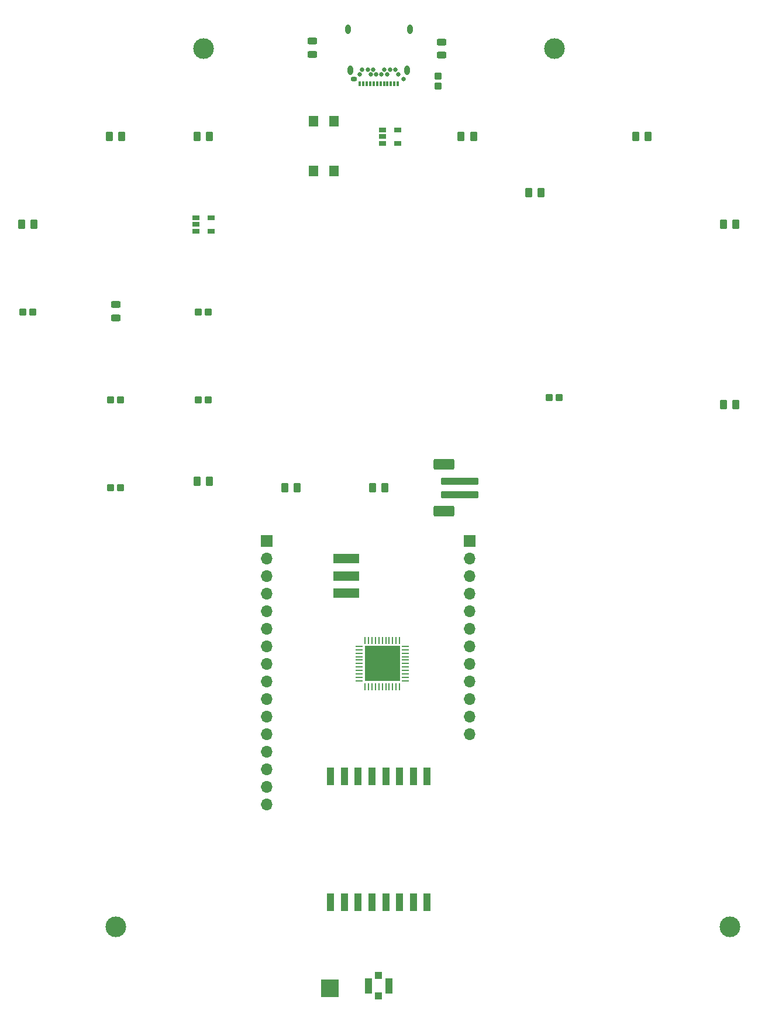
<source format=gbr>
%TF.GenerationSoftware,KiCad,Pcbnew,6.0.11-2627ca5db0~126~ubuntu20.04.1*%
%TF.CreationDate,2023-02-12T02:05:53+01:00*%
%TF.ProjectId,HeadTracker_LoRa,48656164-5472-4616-936b-65725f4c6f52,rev?*%
%TF.SameCoordinates,Original*%
%TF.FileFunction,Soldermask,Top*%
%TF.FilePolarity,Negative*%
%FSLAX46Y46*%
G04 Gerber Fmt 4.6, Leading zero omitted, Abs format (unit mm)*
G04 Created by KiCad (PCBNEW 6.0.11-2627ca5db0~126~ubuntu20.04.1) date 2023-02-12 02:05:53*
%MOMM*%
%LPD*%
G01*
G04 APERTURE LIST*
G04 Aperture macros list*
%AMRoundRect*
0 Rectangle with rounded corners*
0 $1 Rounding radius*
0 $2 $3 $4 $5 $6 $7 $8 $9 X,Y pos of 4 corners*
0 Add a 4 corners polygon primitive as box body*
4,1,4,$2,$3,$4,$5,$6,$7,$8,$9,$2,$3,0*
0 Add four circle primitives for the rounded corners*
1,1,$1+$1,$2,$3*
1,1,$1+$1,$4,$5*
1,1,$1+$1,$6,$7*
1,1,$1+$1,$8,$9*
0 Add four rect primitives between the rounded corners*
20,1,$1+$1,$2,$3,$4,$5,0*
20,1,$1+$1,$4,$5,$6,$7,0*
20,1,$1+$1,$6,$7,$8,$9,0*
20,1,$1+$1,$8,$9,$2,$3,0*%
G04 Aperture macros list end*
%ADD10R,3.800000X1.400000*%
%ADD11R,1.050000X2.200000*%
%ADD12R,1.000000X1.000000*%
%ADD13RoundRect,0.250000X2.500000X-0.250000X2.500000X0.250000X-2.500000X0.250000X-2.500000X-0.250000X0*%
%ADD14RoundRect,0.250000X1.250000X-0.550000X1.250000X0.550000X-1.250000X0.550000X-1.250000X-0.550000X0*%
%ADD15R,1.000000X2.500000*%
%ADD16R,1.060000X0.650000*%
%ADD17RoundRect,0.062500X0.475000X0.062500X-0.475000X0.062500X-0.475000X-0.062500X0.475000X-0.062500X0*%
%ADD18RoundRect,0.062500X0.062500X0.475000X-0.062500X0.475000X-0.062500X-0.475000X0.062500X-0.475000X0*%
%ADD19R,5.200000X5.200000*%
%ADD20C,3.000000*%
%ADD21R,2.500000X2.500000*%
%ADD22R,1.400000X1.600000*%
%ADD23RoundRect,0.250000X-0.262500X-0.450000X0.262500X-0.450000X0.262500X0.450000X-0.262500X0.450000X0*%
%ADD24RoundRect,0.243750X0.456250X-0.243750X0.456250X0.243750X-0.456250X0.243750X-0.456250X-0.243750X0*%
%ADD25R,1.700000X1.700000*%
%ADD26O,1.700000X1.700000*%
%ADD27O,0.800000X1.400000*%
%ADD28R,0.300000X0.700000*%
%ADD29O,0.950000X0.650000*%
%ADD30C,0.650000*%
%ADD31RoundRect,0.250000X-0.287500X-0.275000X0.287500X-0.275000X0.287500X0.275000X-0.287500X0.275000X0*%
%ADD32RoundRect,0.250000X0.275000X-0.287500X0.275000X0.287500X-0.275000X0.287500X-0.275000X-0.287500X0*%
G04 APERTURE END LIST*
D10*
%TO.C,Y1*%
X147722781Y-116847864D03*
X147722781Y-114347864D03*
X147722781Y-111847864D03*
%TD*%
D11*
%TO.C,X2*%
X150875000Y-173600000D03*
X153825000Y-173600000D03*
D12*
X152350000Y-172100000D03*
X152350000Y-175100000D03*
%TD*%
D13*
%TO.C,X1*%
X164100000Y-102600000D03*
X164100000Y-100600000D03*
D14*
X161850000Y-105000000D03*
X161850000Y-98200000D03*
%TD*%
D15*
%TO.C,U4*%
X159400000Y-161500000D03*
X157400000Y-161500000D03*
X155400000Y-161500000D03*
X153400000Y-161500000D03*
X151400000Y-161500000D03*
X149400000Y-161500000D03*
X147400000Y-161500000D03*
X145400000Y-161500000D03*
X145400000Y-143300000D03*
X147400000Y-143300000D03*
X149400000Y-143300000D03*
X151400000Y-143300000D03*
X153400000Y-143300000D03*
X155400000Y-143300000D03*
X157400000Y-143300000D03*
X159400000Y-143300000D03*
%TD*%
D16*
%TO.C,U3*%
X125900000Y-62550000D03*
X125900000Y-63500000D03*
X125900000Y-64450000D03*
X128100000Y-64450000D03*
X128100000Y-62550000D03*
%TD*%
%TO.C,U2*%
X152965000Y-49850000D03*
X152965000Y-50800000D03*
X152965000Y-51750000D03*
X155165000Y-51750000D03*
X155165000Y-49850000D03*
%TD*%
D17*
%TO.C,U1*%
X156237500Y-129500000D03*
X156237500Y-129000000D03*
X156237500Y-128500000D03*
X156237500Y-128000000D03*
X156237500Y-127500000D03*
X156237500Y-127000000D03*
X156237500Y-126500000D03*
X156237500Y-126000000D03*
X156237500Y-125500000D03*
X156237500Y-125000000D03*
X156237500Y-124500000D03*
D18*
X155400000Y-123662500D03*
X154900000Y-123662500D03*
X154400000Y-123662500D03*
X153900000Y-123662500D03*
X153400000Y-123662500D03*
X152900000Y-123662500D03*
X152400000Y-123662500D03*
X151900000Y-123662500D03*
X151400000Y-123662500D03*
X150900000Y-123662500D03*
X150400000Y-123662500D03*
D17*
X149562500Y-124500000D03*
X149562500Y-125000000D03*
X149562500Y-125500000D03*
X149562500Y-126000000D03*
X149562500Y-126500000D03*
X149562500Y-127000000D03*
X149562500Y-127500000D03*
X149562500Y-128000000D03*
X149562500Y-128500000D03*
X149562500Y-129000000D03*
X149562500Y-129500000D03*
D18*
X150400000Y-130337500D03*
X150900000Y-130337500D03*
X151400000Y-130337500D03*
X151900000Y-130337500D03*
X152400000Y-130337500D03*
X152900000Y-130337500D03*
X153400000Y-130337500D03*
X153900000Y-130337500D03*
X154400000Y-130337500D03*
X154900000Y-130337500D03*
X155400000Y-130337500D03*
D19*
X152900000Y-127000000D03*
%TD*%
D20*
%TO.C,U$31*%
X177800000Y-38100000D03*
%TD*%
%TO.C,U$3*%
X203225000Y-165100000D03*
%TD*%
%TO.C,U$2*%
X127000000Y-38100000D03*
%TD*%
%TO.C,U$1*%
X114300000Y-165100000D03*
%TD*%
D21*
%TO.C,TP1*%
X145273360Y-173940443D03*
%TD*%
D22*
%TO.C,SW1*%
X142920000Y-48570000D03*
X142920000Y-55770000D03*
X145920000Y-48570000D03*
X145920000Y-55770000D03*
%TD*%
D23*
%TO.C,R10*%
X202287500Y-89525000D03*
X204112500Y-89525000D03*
%TD*%
%TO.C,R9*%
X189587500Y-50800000D03*
X191412500Y-50800000D03*
%TD*%
%TO.C,R8*%
X164308372Y-50800000D03*
X166133372Y-50800000D03*
%TD*%
%TO.C,R7*%
X151487500Y-101600000D03*
X153312500Y-101600000D03*
%TD*%
%TO.C,R6*%
X100687500Y-63500000D03*
X102512500Y-63500000D03*
%TD*%
%TO.C,R5*%
X126087500Y-100650000D03*
X127912500Y-100650000D03*
%TD*%
%TO.C,R4*%
X138787500Y-101600000D03*
X140612500Y-101600000D03*
%TD*%
%TO.C,R3*%
X113387500Y-50800000D03*
X115212500Y-50800000D03*
%TD*%
%TO.C,R2*%
X126087500Y-50800000D03*
X127912500Y-50800000D03*
%TD*%
%TO.C,R1*%
X174062500Y-58900000D03*
X175887500Y-58900000D03*
%TD*%
%TO.C,R0*%
X202287500Y-63500000D03*
X204112500Y-63500000D03*
%TD*%
D24*
%TO.C,L1*%
X161470000Y-38990000D03*
X161470000Y-37115000D03*
%TD*%
D25*
%TO.C,JP3*%
X165528684Y-109299404D03*
D26*
X165528684Y-111839404D03*
X165528684Y-114379404D03*
X165528684Y-116919404D03*
X165528684Y-119459404D03*
X165528684Y-121999404D03*
X165528684Y-124539404D03*
X165528684Y-127079404D03*
X165528684Y-129619404D03*
X165528684Y-132159404D03*
X165528684Y-134699404D03*
X165528684Y-137239404D03*
%TD*%
D25*
%TO.C,JP2*%
X136200497Y-109250000D03*
D26*
X136200497Y-111790000D03*
X136200497Y-114330000D03*
X136200497Y-116870000D03*
X136200497Y-119410000D03*
X136200497Y-121950000D03*
X136200497Y-124490000D03*
X136200497Y-127030000D03*
X136200497Y-129570000D03*
X136200497Y-132110000D03*
X136200497Y-134650000D03*
X136200497Y-137190000D03*
X136200497Y-139730000D03*
X136200497Y-142270000D03*
X136200497Y-144810000D03*
X136200497Y-147350000D03*
%TD*%
D27*
%TO.C,J1*%
X156530000Y-41210000D03*
D28*
X155150000Y-43120000D03*
X154650000Y-43120000D03*
X154150000Y-43120000D03*
X153650000Y-43120000D03*
X153150000Y-43120000D03*
X152650000Y-43120000D03*
X152150000Y-43120000D03*
X149650000Y-43120000D03*
X150650000Y-43120000D03*
X151150000Y-43120000D03*
X151650000Y-43120000D03*
X150150000Y-43120000D03*
D27*
X148270000Y-41210000D03*
X147910000Y-35260000D03*
X156890000Y-35260000D03*
D29*
X148800000Y-42460000D03*
D30*
X156000000Y-42460000D03*
X149600000Y-41810000D03*
X151200000Y-41810000D03*
X152000000Y-41810000D03*
X152800000Y-41810000D03*
X153600000Y-41810000D03*
X155200000Y-41810000D03*
X150000000Y-41110000D03*
X150800000Y-41110000D03*
X151600000Y-41110000D03*
X153200000Y-41110000D03*
X154000000Y-41110000D03*
X154800000Y-41110000D03*
%TD*%
D24*
%TO.C,D4*%
X114300000Y-76987500D03*
X114300000Y-75112500D03*
%TD*%
%TO.C,CHG1*%
X142810000Y-38887500D03*
X142810000Y-37012500D03*
%TD*%
D31*
%TO.C,C14*%
X100887500Y-76200000D03*
X102312500Y-76200000D03*
%TD*%
%TO.C,C9*%
X126287500Y-76200000D03*
X127712500Y-76200000D03*
%TD*%
%TO.C,C8*%
X113587500Y-88900000D03*
X115012500Y-88900000D03*
%TD*%
D32*
%TO.C,C7*%
X161002303Y-43475528D03*
X161002303Y-42050528D03*
%TD*%
D31*
%TO.C,C6*%
X126287500Y-88900000D03*
X127712500Y-88900000D03*
%TD*%
%TO.C,C3*%
X177087500Y-88560000D03*
X178512500Y-88560000D03*
%TD*%
%TO.C,C1*%
X113587500Y-101600000D03*
X115012500Y-101600000D03*
%TD*%
M02*

</source>
